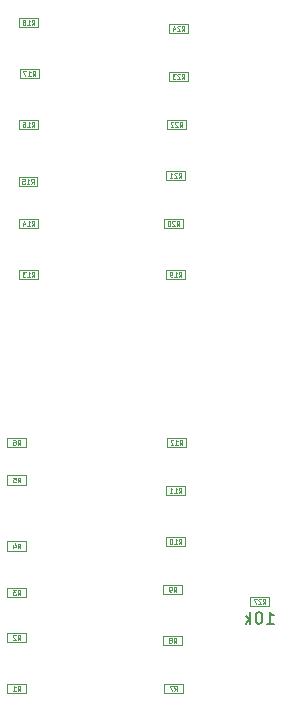
<source format=gbr>
%TF.GenerationSoftware,KiCad,Pcbnew,7.0.10*%
%TF.CreationDate,2024-02-20T17:57:49-08:00*%
%TF.ProjectId,HarnessTesterAll,4861726e-6573-4735-9465-73746572416c,rev?*%
%TF.SameCoordinates,Original*%
%TF.FileFunction,AssemblyDrawing,Bot*%
%FSLAX46Y46*%
G04 Gerber Fmt 4.6, Leading zero omitted, Abs format (unit mm)*
G04 Created by KiCad (PCBNEW 7.0.10) date 2024-02-20 17:57:49*
%MOMM*%
%LPD*%
G01*
G04 APERTURE LIST*
%ADD10C,0.060000*%
%ADD11C,0.150000*%
%ADD12C,0.100000*%
G04 APERTURE END LIST*
D10*
X99571142Y-87557927D02*
X99704475Y-87367451D01*
X99799713Y-87557927D02*
X99799713Y-87157927D01*
X99799713Y-87157927D02*
X99647332Y-87157927D01*
X99647332Y-87157927D02*
X99609237Y-87176975D01*
X99609237Y-87176975D02*
X99590190Y-87196022D01*
X99590190Y-87196022D02*
X99571142Y-87234118D01*
X99571142Y-87234118D02*
X99571142Y-87291260D01*
X99571142Y-87291260D02*
X99590190Y-87329356D01*
X99590190Y-87329356D02*
X99609237Y-87348403D01*
X99609237Y-87348403D02*
X99647332Y-87367451D01*
X99647332Y-87367451D02*
X99799713Y-87367451D01*
X99190190Y-87557927D02*
X99418761Y-87557927D01*
X99304475Y-87557927D02*
X99304475Y-87157927D01*
X99304475Y-87157927D02*
X99342571Y-87215070D01*
X99342571Y-87215070D02*
X99380666Y-87253165D01*
X99380666Y-87253165D02*
X99418761Y-87272213D01*
X99056857Y-87157927D02*
X98809238Y-87157927D01*
X98809238Y-87157927D02*
X98942571Y-87310308D01*
X98942571Y-87310308D02*
X98885428Y-87310308D01*
X98885428Y-87310308D02*
X98847333Y-87329356D01*
X98847333Y-87329356D02*
X98828285Y-87348403D01*
X98828285Y-87348403D02*
X98809238Y-87386499D01*
X98809238Y-87386499D02*
X98809238Y-87481737D01*
X98809238Y-87481737D02*
X98828285Y-87519832D01*
X98828285Y-87519832D02*
X98847333Y-87538880D01*
X98847333Y-87538880D02*
X98885428Y-87557927D01*
X98885428Y-87557927D02*
X98999714Y-87557927D01*
X98999714Y-87557927D02*
X99037809Y-87538880D01*
X99037809Y-87538880D02*
X99056857Y-87519832D01*
X99571142Y-83239927D02*
X99704475Y-83049451D01*
X99799713Y-83239927D02*
X99799713Y-82839927D01*
X99799713Y-82839927D02*
X99647332Y-82839927D01*
X99647332Y-82839927D02*
X99609237Y-82858975D01*
X99609237Y-82858975D02*
X99590190Y-82878022D01*
X99590190Y-82878022D02*
X99571142Y-82916118D01*
X99571142Y-82916118D02*
X99571142Y-82973260D01*
X99571142Y-82973260D02*
X99590190Y-83011356D01*
X99590190Y-83011356D02*
X99609237Y-83030403D01*
X99609237Y-83030403D02*
X99647332Y-83049451D01*
X99647332Y-83049451D02*
X99799713Y-83049451D01*
X99190190Y-83239927D02*
X99418761Y-83239927D01*
X99304475Y-83239927D02*
X99304475Y-82839927D01*
X99304475Y-82839927D02*
X99342571Y-82897070D01*
X99342571Y-82897070D02*
X99380666Y-82935165D01*
X99380666Y-82935165D02*
X99418761Y-82954213D01*
X98847333Y-82973260D02*
X98847333Y-83239927D01*
X98942571Y-82820880D02*
X99037809Y-83106594D01*
X99037809Y-83106594D02*
X98790190Y-83106594D01*
X111826142Y-83239927D02*
X111959475Y-83049451D01*
X112054713Y-83239927D02*
X112054713Y-82839927D01*
X112054713Y-82839927D02*
X111902332Y-82839927D01*
X111902332Y-82839927D02*
X111864237Y-82858975D01*
X111864237Y-82858975D02*
X111845190Y-82878022D01*
X111845190Y-82878022D02*
X111826142Y-82916118D01*
X111826142Y-82916118D02*
X111826142Y-82973260D01*
X111826142Y-82973260D02*
X111845190Y-83011356D01*
X111845190Y-83011356D02*
X111864237Y-83030403D01*
X111864237Y-83030403D02*
X111902332Y-83049451D01*
X111902332Y-83049451D02*
X112054713Y-83049451D01*
X111673761Y-82878022D02*
X111654713Y-82858975D01*
X111654713Y-82858975D02*
X111616618Y-82839927D01*
X111616618Y-82839927D02*
X111521380Y-82839927D01*
X111521380Y-82839927D02*
X111483285Y-82858975D01*
X111483285Y-82858975D02*
X111464237Y-82878022D01*
X111464237Y-82878022D02*
X111445190Y-82916118D01*
X111445190Y-82916118D02*
X111445190Y-82954213D01*
X111445190Y-82954213D02*
X111464237Y-83011356D01*
X111464237Y-83011356D02*
X111692809Y-83239927D01*
X111692809Y-83239927D02*
X111445190Y-83239927D01*
X111197571Y-82839927D02*
X111159476Y-82839927D01*
X111159476Y-82839927D02*
X111121380Y-82858975D01*
X111121380Y-82858975D02*
X111102333Y-82878022D01*
X111102333Y-82878022D02*
X111083285Y-82916118D01*
X111083285Y-82916118D02*
X111064238Y-82992308D01*
X111064238Y-82992308D02*
X111064238Y-83087546D01*
X111064238Y-83087546D02*
X111083285Y-83163737D01*
X111083285Y-83163737D02*
X111102333Y-83201832D01*
X111102333Y-83201832D02*
X111121380Y-83220880D01*
X111121380Y-83220880D02*
X111159476Y-83239927D01*
X111159476Y-83239927D02*
X111197571Y-83239927D01*
X111197571Y-83239927D02*
X111235666Y-83220880D01*
X111235666Y-83220880D02*
X111254714Y-83201832D01*
X111254714Y-83201832D02*
X111273761Y-83163737D01*
X111273761Y-83163737D02*
X111292809Y-83087546D01*
X111292809Y-83087546D02*
X111292809Y-82992308D01*
X111292809Y-82992308D02*
X111273761Y-82916118D01*
X111273761Y-82916118D02*
X111254714Y-82878022D01*
X111254714Y-82878022D02*
X111235666Y-82858975D01*
X111235666Y-82858975D02*
X111197571Y-82839927D01*
D11*
X119467238Y-116946819D02*
X120038666Y-116946819D01*
X119752952Y-116946819D02*
X119752952Y-115946819D01*
X119752952Y-115946819D02*
X119848190Y-116089676D01*
X119848190Y-116089676D02*
X119943428Y-116184914D01*
X119943428Y-116184914D02*
X120038666Y-116232533D01*
X118848190Y-115946819D02*
X118752952Y-115946819D01*
X118752952Y-115946819D02*
X118657714Y-115994438D01*
X118657714Y-115994438D02*
X118610095Y-116042057D01*
X118610095Y-116042057D02*
X118562476Y-116137295D01*
X118562476Y-116137295D02*
X118514857Y-116327771D01*
X118514857Y-116327771D02*
X118514857Y-116565866D01*
X118514857Y-116565866D02*
X118562476Y-116756342D01*
X118562476Y-116756342D02*
X118610095Y-116851580D01*
X118610095Y-116851580D02*
X118657714Y-116899200D01*
X118657714Y-116899200D02*
X118752952Y-116946819D01*
X118752952Y-116946819D02*
X118848190Y-116946819D01*
X118848190Y-116946819D02*
X118943428Y-116899200D01*
X118943428Y-116899200D02*
X118991047Y-116851580D01*
X118991047Y-116851580D02*
X119038666Y-116756342D01*
X119038666Y-116756342D02*
X119086285Y-116565866D01*
X119086285Y-116565866D02*
X119086285Y-116327771D01*
X119086285Y-116327771D02*
X119038666Y-116137295D01*
X119038666Y-116137295D02*
X118991047Y-116042057D01*
X118991047Y-116042057D02*
X118943428Y-115994438D01*
X118943428Y-115994438D02*
X118848190Y-115946819D01*
X118086285Y-116946819D02*
X118086285Y-115946819D01*
X117991047Y-116565866D02*
X117705333Y-116946819D01*
X117705333Y-116280152D02*
X118086285Y-116661104D01*
D10*
X119129142Y-115243927D02*
X119262475Y-115053451D01*
X119357713Y-115243927D02*
X119357713Y-114843927D01*
X119357713Y-114843927D02*
X119205332Y-114843927D01*
X119205332Y-114843927D02*
X119167237Y-114862975D01*
X119167237Y-114862975D02*
X119148190Y-114882022D01*
X119148190Y-114882022D02*
X119129142Y-114920118D01*
X119129142Y-114920118D02*
X119129142Y-114977260D01*
X119129142Y-114977260D02*
X119148190Y-115015356D01*
X119148190Y-115015356D02*
X119167237Y-115034403D01*
X119167237Y-115034403D02*
X119205332Y-115053451D01*
X119205332Y-115053451D02*
X119357713Y-115053451D01*
X118976761Y-114882022D02*
X118957713Y-114862975D01*
X118957713Y-114862975D02*
X118919618Y-114843927D01*
X118919618Y-114843927D02*
X118824380Y-114843927D01*
X118824380Y-114843927D02*
X118786285Y-114862975D01*
X118786285Y-114862975D02*
X118767237Y-114882022D01*
X118767237Y-114882022D02*
X118748190Y-114920118D01*
X118748190Y-114920118D02*
X118748190Y-114958213D01*
X118748190Y-114958213D02*
X118767237Y-115015356D01*
X118767237Y-115015356D02*
X118995809Y-115243927D01*
X118995809Y-115243927D02*
X118748190Y-115243927D01*
X118614857Y-114843927D02*
X118348190Y-114843927D01*
X118348190Y-114843927D02*
X118519619Y-115243927D01*
X112271142Y-70793927D02*
X112404475Y-70603451D01*
X112499713Y-70793927D02*
X112499713Y-70393927D01*
X112499713Y-70393927D02*
X112347332Y-70393927D01*
X112347332Y-70393927D02*
X112309237Y-70412975D01*
X112309237Y-70412975D02*
X112290190Y-70432022D01*
X112290190Y-70432022D02*
X112271142Y-70470118D01*
X112271142Y-70470118D02*
X112271142Y-70527260D01*
X112271142Y-70527260D02*
X112290190Y-70565356D01*
X112290190Y-70565356D02*
X112309237Y-70584403D01*
X112309237Y-70584403D02*
X112347332Y-70603451D01*
X112347332Y-70603451D02*
X112499713Y-70603451D01*
X112118761Y-70432022D02*
X112099713Y-70412975D01*
X112099713Y-70412975D02*
X112061618Y-70393927D01*
X112061618Y-70393927D02*
X111966380Y-70393927D01*
X111966380Y-70393927D02*
X111928285Y-70412975D01*
X111928285Y-70412975D02*
X111909237Y-70432022D01*
X111909237Y-70432022D02*
X111890190Y-70470118D01*
X111890190Y-70470118D02*
X111890190Y-70508213D01*
X111890190Y-70508213D02*
X111909237Y-70565356D01*
X111909237Y-70565356D02*
X112137809Y-70793927D01*
X112137809Y-70793927D02*
X111890190Y-70793927D01*
X111756857Y-70393927D02*
X111509238Y-70393927D01*
X111509238Y-70393927D02*
X111642571Y-70546308D01*
X111642571Y-70546308D02*
X111585428Y-70546308D01*
X111585428Y-70546308D02*
X111547333Y-70565356D01*
X111547333Y-70565356D02*
X111528285Y-70584403D01*
X111528285Y-70584403D02*
X111509238Y-70622499D01*
X111509238Y-70622499D02*
X111509238Y-70717737D01*
X111509238Y-70717737D02*
X111528285Y-70755832D01*
X111528285Y-70755832D02*
X111547333Y-70774880D01*
X111547333Y-70774880D02*
X111585428Y-70793927D01*
X111585428Y-70793927D02*
X111699714Y-70793927D01*
X111699714Y-70793927D02*
X111737809Y-70774880D01*
X111737809Y-70774880D02*
X111756857Y-70755832D01*
X111635666Y-122609927D02*
X111768999Y-122419451D01*
X111864237Y-122609927D02*
X111864237Y-122209927D01*
X111864237Y-122209927D02*
X111711856Y-122209927D01*
X111711856Y-122209927D02*
X111673761Y-122228975D01*
X111673761Y-122228975D02*
X111654714Y-122248022D01*
X111654714Y-122248022D02*
X111635666Y-122286118D01*
X111635666Y-122286118D02*
X111635666Y-122343260D01*
X111635666Y-122343260D02*
X111654714Y-122381356D01*
X111654714Y-122381356D02*
X111673761Y-122400403D01*
X111673761Y-122400403D02*
X111711856Y-122419451D01*
X111711856Y-122419451D02*
X111864237Y-122419451D01*
X111502333Y-122209927D02*
X111235666Y-122209927D01*
X111235666Y-122209927D02*
X111407095Y-122609927D01*
X98364666Y-122609927D02*
X98497999Y-122419451D01*
X98593237Y-122609927D02*
X98593237Y-122209927D01*
X98593237Y-122209927D02*
X98440856Y-122209927D01*
X98440856Y-122209927D02*
X98402761Y-122228975D01*
X98402761Y-122228975D02*
X98383714Y-122248022D01*
X98383714Y-122248022D02*
X98364666Y-122286118D01*
X98364666Y-122286118D02*
X98364666Y-122343260D01*
X98364666Y-122343260D02*
X98383714Y-122381356D01*
X98383714Y-122381356D02*
X98402761Y-122400403D01*
X98402761Y-122400403D02*
X98440856Y-122419451D01*
X98440856Y-122419451D02*
X98593237Y-122419451D01*
X97983714Y-122609927D02*
X98212285Y-122609927D01*
X98097999Y-122609927D02*
X98097999Y-122209927D01*
X98097999Y-122209927D02*
X98136095Y-122267070D01*
X98136095Y-122267070D02*
X98174190Y-122305165D01*
X98174190Y-122305165D02*
X98212285Y-122324213D01*
X98364666Y-104956927D02*
X98497999Y-104766451D01*
X98593237Y-104956927D02*
X98593237Y-104556927D01*
X98593237Y-104556927D02*
X98440856Y-104556927D01*
X98440856Y-104556927D02*
X98402761Y-104575975D01*
X98402761Y-104575975D02*
X98383714Y-104595022D01*
X98383714Y-104595022D02*
X98364666Y-104633118D01*
X98364666Y-104633118D02*
X98364666Y-104690260D01*
X98364666Y-104690260D02*
X98383714Y-104728356D01*
X98383714Y-104728356D02*
X98402761Y-104747403D01*
X98402761Y-104747403D02*
X98440856Y-104766451D01*
X98440856Y-104766451D02*
X98593237Y-104766451D01*
X98002761Y-104556927D02*
X98193237Y-104556927D01*
X98193237Y-104556927D02*
X98212285Y-104747403D01*
X98212285Y-104747403D02*
X98193237Y-104728356D01*
X98193237Y-104728356D02*
X98155142Y-104709308D01*
X98155142Y-104709308D02*
X98059904Y-104709308D01*
X98059904Y-104709308D02*
X98021809Y-104728356D01*
X98021809Y-104728356D02*
X98002761Y-104747403D01*
X98002761Y-104747403D02*
X97983714Y-104785499D01*
X97983714Y-104785499D02*
X97983714Y-104880737D01*
X97983714Y-104880737D02*
X98002761Y-104918832D01*
X98002761Y-104918832D02*
X98021809Y-104937880D01*
X98021809Y-104937880D02*
X98059904Y-104956927D01*
X98059904Y-104956927D02*
X98155142Y-104956927D01*
X98155142Y-104956927D02*
X98193237Y-104937880D01*
X98193237Y-104937880D02*
X98212285Y-104918832D01*
X112271142Y-66729927D02*
X112404475Y-66539451D01*
X112499713Y-66729927D02*
X112499713Y-66329927D01*
X112499713Y-66329927D02*
X112347332Y-66329927D01*
X112347332Y-66329927D02*
X112309237Y-66348975D01*
X112309237Y-66348975D02*
X112290190Y-66368022D01*
X112290190Y-66368022D02*
X112271142Y-66406118D01*
X112271142Y-66406118D02*
X112271142Y-66463260D01*
X112271142Y-66463260D02*
X112290190Y-66501356D01*
X112290190Y-66501356D02*
X112309237Y-66520403D01*
X112309237Y-66520403D02*
X112347332Y-66539451D01*
X112347332Y-66539451D02*
X112499713Y-66539451D01*
X112118761Y-66368022D02*
X112099713Y-66348975D01*
X112099713Y-66348975D02*
X112061618Y-66329927D01*
X112061618Y-66329927D02*
X111966380Y-66329927D01*
X111966380Y-66329927D02*
X111928285Y-66348975D01*
X111928285Y-66348975D02*
X111909237Y-66368022D01*
X111909237Y-66368022D02*
X111890190Y-66406118D01*
X111890190Y-66406118D02*
X111890190Y-66444213D01*
X111890190Y-66444213D02*
X111909237Y-66501356D01*
X111909237Y-66501356D02*
X112137809Y-66729927D01*
X112137809Y-66729927D02*
X111890190Y-66729927D01*
X111547333Y-66463260D02*
X111547333Y-66729927D01*
X111642571Y-66310880D02*
X111737809Y-66596594D01*
X111737809Y-66596594D02*
X111490190Y-66596594D01*
X99634142Y-70539927D02*
X99767475Y-70349451D01*
X99862713Y-70539927D02*
X99862713Y-70139927D01*
X99862713Y-70139927D02*
X99710332Y-70139927D01*
X99710332Y-70139927D02*
X99672237Y-70158975D01*
X99672237Y-70158975D02*
X99653190Y-70178022D01*
X99653190Y-70178022D02*
X99634142Y-70216118D01*
X99634142Y-70216118D02*
X99634142Y-70273260D01*
X99634142Y-70273260D02*
X99653190Y-70311356D01*
X99653190Y-70311356D02*
X99672237Y-70330403D01*
X99672237Y-70330403D02*
X99710332Y-70349451D01*
X99710332Y-70349451D02*
X99862713Y-70349451D01*
X99253190Y-70539927D02*
X99481761Y-70539927D01*
X99367475Y-70539927D02*
X99367475Y-70139927D01*
X99367475Y-70139927D02*
X99405571Y-70197070D01*
X99405571Y-70197070D02*
X99443666Y-70235165D01*
X99443666Y-70235165D02*
X99481761Y-70254213D01*
X99119857Y-70139927D02*
X98853190Y-70139927D01*
X98853190Y-70139927D02*
X99024619Y-70539927D01*
X99508142Y-79683927D02*
X99641475Y-79493451D01*
X99736713Y-79683927D02*
X99736713Y-79283927D01*
X99736713Y-79283927D02*
X99584332Y-79283927D01*
X99584332Y-79283927D02*
X99546237Y-79302975D01*
X99546237Y-79302975D02*
X99527190Y-79322022D01*
X99527190Y-79322022D02*
X99508142Y-79360118D01*
X99508142Y-79360118D02*
X99508142Y-79417260D01*
X99508142Y-79417260D02*
X99527190Y-79455356D01*
X99527190Y-79455356D02*
X99546237Y-79474403D01*
X99546237Y-79474403D02*
X99584332Y-79493451D01*
X99584332Y-79493451D02*
X99736713Y-79493451D01*
X99127190Y-79683927D02*
X99355761Y-79683927D01*
X99241475Y-79683927D02*
X99241475Y-79283927D01*
X99241475Y-79283927D02*
X99279571Y-79341070D01*
X99279571Y-79341070D02*
X99317666Y-79379165D01*
X99317666Y-79379165D02*
X99355761Y-79398213D01*
X98765285Y-79283927D02*
X98955761Y-79283927D01*
X98955761Y-79283927D02*
X98974809Y-79474403D01*
X98974809Y-79474403D02*
X98955761Y-79455356D01*
X98955761Y-79455356D02*
X98917666Y-79436308D01*
X98917666Y-79436308D02*
X98822428Y-79436308D01*
X98822428Y-79436308D02*
X98784333Y-79455356D01*
X98784333Y-79455356D02*
X98765285Y-79474403D01*
X98765285Y-79474403D02*
X98746238Y-79512499D01*
X98746238Y-79512499D02*
X98746238Y-79607737D01*
X98746238Y-79607737D02*
X98765285Y-79645832D01*
X98765285Y-79645832D02*
X98784333Y-79664880D01*
X98784333Y-79664880D02*
X98822428Y-79683927D01*
X98822428Y-79683927D02*
X98917666Y-79683927D01*
X98917666Y-79683927D02*
X98955761Y-79664880D01*
X98955761Y-79664880D02*
X98974809Y-79645832D01*
X112080142Y-101781927D02*
X112213475Y-101591451D01*
X112308713Y-101781927D02*
X112308713Y-101381927D01*
X112308713Y-101381927D02*
X112156332Y-101381927D01*
X112156332Y-101381927D02*
X112118237Y-101400975D01*
X112118237Y-101400975D02*
X112099190Y-101420022D01*
X112099190Y-101420022D02*
X112080142Y-101458118D01*
X112080142Y-101458118D02*
X112080142Y-101515260D01*
X112080142Y-101515260D02*
X112099190Y-101553356D01*
X112099190Y-101553356D02*
X112118237Y-101572403D01*
X112118237Y-101572403D02*
X112156332Y-101591451D01*
X112156332Y-101591451D02*
X112308713Y-101591451D01*
X111699190Y-101781927D02*
X111927761Y-101781927D01*
X111813475Y-101781927D02*
X111813475Y-101381927D01*
X111813475Y-101381927D02*
X111851571Y-101439070D01*
X111851571Y-101439070D02*
X111889666Y-101477165D01*
X111889666Y-101477165D02*
X111927761Y-101496213D01*
X111546809Y-101420022D02*
X111527761Y-101400975D01*
X111527761Y-101400975D02*
X111489666Y-101381927D01*
X111489666Y-101381927D02*
X111394428Y-101381927D01*
X111394428Y-101381927D02*
X111356333Y-101400975D01*
X111356333Y-101400975D02*
X111337285Y-101420022D01*
X111337285Y-101420022D02*
X111318238Y-101458118D01*
X111318238Y-101458118D02*
X111318238Y-101496213D01*
X111318238Y-101496213D02*
X111337285Y-101553356D01*
X111337285Y-101553356D02*
X111565857Y-101781927D01*
X111565857Y-101781927D02*
X111318238Y-101781927D01*
X112017142Y-105845927D02*
X112150475Y-105655451D01*
X112245713Y-105845927D02*
X112245713Y-105445927D01*
X112245713Y-105445927D02*
X112093332Y-105445927D01*
X112093332Y-105445927D02*
X112055237Y-105464975D01*
X112055237Y-105464975D02*
X112036190Y-105484022D01*
X112036190Y-105484022D02*
X112017142Y-105522118D01*
X112017142Y-105522118D02*
X112017142Y-105579260D01*
X112017142Y-105579260D02*
X112036190Y-105617356D01*
X112036190Y-105617356D02*
X112055237Y-105636403D01*
X112055237Y-105636403D02*
X112093332Y-105655451D01*
X112093332Y-105655451D02*
X112245713Y-105655451D01*
X111636190Y-105845927D02*
X111864761Y-105845927D01*
X111750475Y-105845927D02*
X111750475Y-105445927D01*
X111750475Y-105445927D02*
X111788571Y-105503070D01*
X111788571Y-105503070D02*
X111826666Y-105541165D01*
X111826666Y-105541165D02*
X111864761Y-105560213D01*
X111255238Y-105845927D02*
X111483809Y-105845927D01*
X111369523Y-105845927D02*
X111369523Y-105445927D01*
X111369523Y-105445927D02*
X111407619Y-105503070D01*
X111407619Y-105503070D02*
X111445714Y-105541165D01*
X111445714Y-105541165D02*
X111483809Y-105560213D01*
X112017142Y-79175927D02*
X112150475Y-78985451D01*
X112245713Y-79175927D02*
X112245713Y-78775927D01*
X112245713Y-78775927D02*
X112093332Y-78775927D01*
X112093332Y-78775927D02*
X112055237Y-78794975D01*
X112055237Y-78794975D02*
X112036190Y-78814022D01*
X112036190Y-78814022D02*
X112017142Y-78852118D01*
X112017142Y-78852118D02*
X112017142Y-78909260D01*
X112017142Y-78909260D02*
X112036190Y-78947356D01*
X112036190Y-78947356D02*
X112055237Y-78966403D01*
X112055237Y-78966403D02*
X112093332Y-78985451D01*
X112093332Y-78985451D02*
X112245713Y-78985451D01*
X111864761Y-78814022D02*
X111845713Y-78794975D01*
X111845713Y-78794975D02*
X111807618Y-78775927D01*
X111807618Y-78775927D02*
X111712380Y-78775927D01*
X111712380Y-78775927D02*
X111674285Y-78794975D01*
X111674285Y-78794975D02*
X111655237Y-78814022D01*
X111655237Y-78814022D02*
X111636190Y-78852118D01*
X111636190Y-78852118D02*
X111636190Y-78890213D01*
X111636190Y-78890213D02*
X111655237Y-78947356D01*
X111655237Y-78947356D02*
X111883809Y-79175927D01*
X111883809Y-79175927D02*
X111636190Y-79175927D01*
X111255238Y-79175927D02*
X111483809Y-79175927D01*
X111369523Y-79175927D02*
X111369523Y-78775927D01*
X111369523Y-78775927D02*
X111407619Y-78833070D01*
X111407619Y-78833070D02*
X111445714Y-78871165D01*
X111445714Y-78871165D02*
X111483809Y-78890213D01*
X98364666Y-114481927D02*
X98497999Y-114291451D01*
X98593237Y-114481927D02*
X98593237Y-114081927D01*
X98593237Y-114081927D02*
X98440856Y-114081927D01*
X98440856Y-114081927D02*
X98402761Y-114100975D01*
X98402761Y-114100975D02*
X98383714Y-114120022D01*
X98383714Y-114120022D02*
X98364666Y-114158118D01*
X98364666Y-114158118D02*
X98364666Y-114215260D01*
X98364666Y-114215260D02*
X98383714Y-114253356D01*
X98383714Y-114253356D02*
X98402761Y-114272403D01*
X98402761Y-114272403D02*
X98440856Y-114291451D01*
X98440856Y-114291451D02*
X98593237Y-114291451D01*
X98231333Y-114081927D02*
X97983714Y-114081927D01*
X97983714Y-114081927D02*
X98117047Y-114234308D01*
X98117047Y-114234308D02*
X98059904Y-114234308D01*
X98059904Y-114234308D02*
X98021809Y-114253356D01*
X98021809Y-114253356D02*
X98002761Y-114272403D01*
X98002761Y-114272403D02*
X97983714Y-114310499D01*
X97983714Y-114310499D02*
X97983714Y-114405737D01*
X97983714Y-114405737D02*
X98002761Y-114443832D01*
X98002761Y-114443832D02*
X98021809Y-114462880D01*
X98021809Y-114462880D02*
X98059904Y-114481927D01*
X98059904Y-114481927D02*
X98174190Y-114481927D01*
X98174190Y-114481927D02*
X98212285Y-114462880D01*
X98212285Y-114462880D02*
X98231333Y-114443832D01*
X98364666Y-110544927D02*
X98497999Y-110354451D01*
X98593237Y-110544927D02*
X98593237Y-110144927D01*
X98593237Y-110144927D02*
X98440856Y-110144927D01*
X98440856Y-110144927D02*
X98402761Y-110163975D01*
X98402761Y-110163975D02*
X98383714Y-110183022D01*
X98383714Y-110183022D02*
X98364666Y-110221118D01*
X98364666Y-110221118D02*
X98364666Y-110278260D01*
X98364666Y-110278260D02*
X98383714Y-110316356D01*
X98383714Y-110316356D02*
X98402761Y-110335403D01*
X98402761Y-110335403D02*
X98440856Y-110354451D01*
X98440856Y-110354451D02*
X98593237Y-110354451D01*
X98021809Y-110278260D02*
X98021809Y-110544927D01*
X98117047Y-110125880D02*
X98212285Y-110411594D01*
X98212285Y-110411594D02*
X97964666Y-110411594D01*
X112080142Y-74857927D02*
X112213475Y-74667451D01*
X112308713Y-74857927D02*
X112308713Y-74457927D01*
X112308713Y-74457927D02*
X112156332Y-74457927D01*
X112156332Y-74457927D02*
X112118237Y-74476975D01*
X112118237Y-74476975D02*
X112099190Y-74496022D01*
X112099190Y-74496022D02*
X112080142Y-74534118D01*
X112080142Y-74534118D02*
X112080142Y-74591260D01*
X112080142Y-74591260D02*
X112099190Y-74629356D01*
X112099190Y-74629356D02*
X112118237Y-74648403D01*
X112118237Y-74648403D02*
X112156332Y-74667451D01*
X112156332Y-74667451D02*
X112308713Y-74667451D01*
X111927761Y-74496022D02*
X111908713Y-74476975D01*
X111908713Y-74476975D02*
X111870618Y-74457927D01*
X111870618Y-74457927D02*
X111775380Y-74457927D01*
X111775380Y-74457927D02*
X111737285Y-74476975D01*
X111737285Y-74476975D02*
X111718237Y-74496022D01*
X111718237Y-74496022D02*
X111699190Y-74534118D01*
X111699190Y-74534118D02*
X111699190Y-74572213D01*
X111699190Y-74572213D02*
X111718237Y-74629356D01*
X111718237Y-74629356D02*
X111946809Y-74857927D01*
X111946809Y-74857927D02*
X111699190Y-74857927D01*
X111546809Y-74496022D02*
X111527761Y-74476975D01*
X111527761Y-74476975D02*
X111489666Y-74457927D01*
X111489666Y-74457927D02*
X111394428Y-74457927D01*
X111394428Y-74457927D02*
X111356333Y-74476975D01*
X111356333Y-74476975D02*
X111337285Y-74496022D01*
X111337285Y-74496022D02*
X111318238Y-74534118D01*
X111318238Y-74534118D02*
X111318238Y-74572213D01*
X111318238Y-74572213D02*
X111337285Y-74629356D01*
X111337285Y-74629356D02*
X111565857Y-74857927D01*
X111565857Y-74857927D02*
X111318238Y-74857927D01*
X98364666Y-101781927D02*
X98497999Y-101591451D01*
X98593237Y-101781927D02*
X98593237Y-101381927D01*
X98593237Y-101381927D02*
X98440856Y-101381927D01*
X98440856Y-101381927D02*
X98402761Y-101400975D01*
X98402761Y-101400975D02*
X98383714Y-101420022D01*
X98383714Y-101420022D02*
X98364666Y-101458118D01*
X98364666Y-101458118D02*
X98364666Y-101515260D01*
X98364666Y-101515260D02*
X98383714Y-101553356D01*
X98383714Y-101553356D02*
X98402761Y-101572403D01*
X98402761Y-101572403D02*
X98440856Y-101591451D01*
X98440856Y-101591451D02*
X98593237Y-101591451D01*
X98021809Y-101381927D02*
X98097999Y-101381927D01*
X98097999Y-101381927D02*
X98136095Y-101400975D01*
X98136095Y-101400975D02*
X98155142Y-101420022D01*
X98155142Y-101420022D02*
X98193237Y-101477165D01*
X98193237Y-101477165D02*
X98212285Y-101553356D01*
X98212285Y-101553356D02*
X98212285Y-101705737D01*
X98212285Y-101705737D02*
X98193237Y-101743832D01*
X98193237Y-101743832D02*
X98174190Y-101762880D01*
X98174190Y-101762880D02*
X98136095Y-101781927D01*
X98136095Y-101781927D02*
X98059904Y-101781927D01*
X98059904Y-101781927D02*
X98021809Y-101762880D01*
X98021809Y-101762880D02*
X98002761Y-101743832D01*
X98002761Y-101743832D02*
X97983714Y-101705737D01*
X97983714Y-101705737D02*
X97983714Y-101610499D01*
X97983714Y-101610499D02*
X98002761Y-101572403D01*
X98002761Y-101572403D02*
X98021809Y-101553356D01*
X98021809Y-101553356D02*
X98059904Y-101534308D01*
X98059904Y-101534308D02*
X98136095Y-101534308D01*
X98136095Y-101534308D02*
X98174190Y-101553356D01*
X98174190Y-101553356D02*
X98193237Y-101572403D01*
X98193237Y-101572403D02*
X98212285Y-101610499D01*
X99571142Y-66221927D02*
X99704475Y-66031451D01*
X99799713Y-66221927D02*
X99799713Y-65821927D01*
X99799713Y-65821927D02*
X99647332Y-65821927D01*
X99647332Y-65821927D02*
X99609237Y-65840975D01*
X99609237Y-65840975D02*
X99590190Y-65860022D01*
X99590190Y-65860022D02*
X99571142Y-65898118D01*
X99571142Y-65898118D02*
X99571142Y-65955260D01*
X99571142Y-65955260D02*
X99590190Y-65993356D01*
X99590190Y-65993356D02*
X99609237Y-66012403D01*
X99609237Y-66012403D02*
X99647332Y-66031451D01*
X99647332Y-66031451D02*
X99799713Y-66031451D01*
X99190190Y-66221927D02*
X99418761Y-66221927D01*
X99304475Y-66221927D02*
X99304475Y-65821927D01*
X99304475Y-65821927D02*
X99342571Y-65879070D01*
X99342571Y-65879070D02*
X99380666Y-65917165D01*
X99380666Y-65917165D02*
X99418761Y-65936213D01*
X98961619Y-65993356D02*
X98999714Y-65974308D01*
X98999714Y-65974308D02*
X99018761Y-65955260D01*
X99018761Y-65955260D02*
X99037809Y-65917165D01*
X99037809Y-65917165D02*
X99037809Y-65898118D01*
X99037809Y-65898118D02*
X99018761Y-65860022D01*
X99018761Y-65860022D02*
X98999714Y-65840975D01*
X98999714Y-65840975D02*
X98961619Y-65821927D01*
X98961619Y-65821927D02*
X98885428Y-65821927D01*
X98885428Y-65821927D02*
X98847333Y-65840975D01*
X98847333Y-65840975D02*
X98828285Y-65860022D01*
X98828285Y-65860022D02*
X98809238Y-65898118D01*
X98809238Y-65898118D02*
X98809238Y-65917165D01*
X98809238Y-65917165D02*
X98828285Y-65955260D01*
X98828285Y-65955260D02*
X98847333Y-65974308D01*
X98847333Y-65974308D02*
X98885428Y-65993356D01*
X98885428Y-65993356D02*
X98961619Y-65993356D01*
X98961619Y-65993356D02*
X98999714Y-66012403D01*
X98999714Y-66012403D02*
X99018761Y-66031451D01*
X99018761Y-66031451D02*
X99037809Y-66069546D01*
X99037809Y-66069546D02*
X99037809Y-66145737D01*
X99037809Y-66145737D02*
X99018761Y-66183832D01*
X99018761Y-66183832D02*
X98999714Y-66202880D01*
X98999714Y-66202880D02*
X98961619Y-66221927D01*
X98961619Y-66221927D02*
X98885428Y-66221927D01*
X98885428Y-66221927D02*
X98847333Y-66202880D01*
X98847333Y-66202880D02*
X98828285Y-66183832D01*
X98828285Y-66183832D02*
X98809238Y-66145737D01*
X98809238Y-66145737D02*
X98809238Y-66069546D01*
X98809238Y-66069546D02*
X98828285Y-66031451D01*
X98828285Y-66031451D02*
X98847333Y-66012403D01*
X98847333Y-66012403D02*
X98885428Y-65993356D01*
X112017142Y-87557927D02*
X112150475Y-87367451D01*
X112245713Y-87557927D02*
X112245713Y-87157927D01*
X112245713Y-87157927D02*
X112093332Y-87157927D01*
X112093332Y-87157927D02*
X112055237Y-87176975D01*
X112055237Y-87176975D02*
X112036190Y-87196022D01*
X112036190Y-87196022D02*
X112017142Y-87234118D01*
X112017142Y-87234118D02*
X112017142Y-87291260D01*
X112017142Y-87291260D02*
X112036190Y-87329356D01*
X112036190Y-87329356D02*
X112055237Y-87348403D01*
X112055237Y-87348403D02*
X112093332Y-87367451D01*
X112093332Y-87367451D02*
X112245713Y-87367451D01*
X111636190Y-87557927D02*
X111864761Y-87557927D01*
X111750475Y-87557927D02*
X111750475Y-87157927D01*
X111750475Y-87157927D02*
X111788571Y-87215070D01*
X111788571Y-87215070D02*
X111826666Y-87253165D01*
X111826666Y-87253165D02*
X111864761Y-87272213D01*
X111445714Y-87557927D02*
X111369523Y-87557927D01*
X111369523Y-87557927D02*
X111331428Y-87538880D01*
X111331428Y-87538880D02*
X111312380Y-87519832D01*
X111312380Y-87519832D02*
X111274285Y-87462689D01*
X111274285Y-87462689D02*
X111255238Y-87386499D01*
X111255238Y-87386499D02*
X111255238Y-87234118D01*
X111255238Y-87234118D02*
X111274285Y-87196022D01*
X111274285Y-87196022D02*
X111293333Y-87176975D01*
X111293333Y-87176975D02*
X111331428Y-87157927D01*
X111331428Y-87157927D02*
X111407619Y-87157927D01*
X111407619Y-87157927D02*
X111445714Y-87176975D01*
X111445714Y-87176975D02*
X111464761Y-87196022D01*
X111464761Y-87196022D02*
X111483809Y-87234118D01*
X111483809Y-87234118D02*
X111483809Y-87329356D01*
X111483809Y-87329356D02*
X111464761Y-87367451D01*
X111464761Y-87367451D02*
X111445714Y-87386499D01*
X111445714Y-87386499D02*
X111407619Y-87405546D01*
X111407619Y-87405546D02*
X111331428Y-87405546D01*
X111331428Y-87405546D02*
X111293333Y-87386499D01*
X111293333Y-87386499D02*
X111274285Y-87367451D01*
X111274285Y-87367451D02*
X111255238Y-87329356D01*
X112017142Y-110163927D02*
X112150475Y-109973451D01*
X112245713Y-110163927D02*
X112245713Y-109763927D01*
X112245713Y-109763927D02*
X112093332Y-109763927D01*
X112093332Y-109763927D02*
X112055237Y-109782975D01*
X112055237Y-109782975D02*
X112036190Y-109802022D01*
X112036190Y-109802022D02*
X112017142Y-109840118D01*
X112017142Y-109840118D02*
X112017142Y-109897260D01*
X112017142Y-109897260D02*
X112036190Y-109935356D01*
X112036190Y-109935356D02*
X112055237Y-109954403D01*
X112055237Y-109954403D02*
X112093332Y-109973451D01*
X112093332Y-109973451D02*
X112245713Y-109973451D01*
X111636190Y-110163927D02*
X111864761Y-110163927D01*
X111750475Y-110163927D02*
X111750475Y-109763927D01*
X111750475Y-109763927D02*
X111788571Y-109821070D01*
X111788571Y-109821070D02*
X111826666Y-109859165D01*
X111826666Y-109859165D02*
X111864761Y-109878213D01*
X111388571Y-109763927D02*
X111350476Y-109763927D01*
X111350476Y-109763927D02*
X111312380Y-109782975D01*
X111312380Y-109782975D02*
X111293333Y-109802022D01*
X111293333Y-109802022D02*
X111274285Y-109840118D01*
X111274285Y-109840118D02*
X111255238Y-109916308D01*
X111255238Y-109916308D02*
X111255238Y-110011546D01*
X111255238Y-110011546D02*
X111274285Y-110087737D01*
X111274285Y-110087737D02*
X111293333Y-110125832D01*
X111293333Y-110125832D02*
X111312380Y-110144880D01*
X111312380Y-110144880D02*
X111350476Y-110163927D01*
X111350476Y-110163927D02*
X111388571Y-110163927D01*
X111388571Y-110163927D02*
X111426666Y-110144880D01*
X111426666Y-110144880D02*
X111445714Y-110125832D01*
X111445714Y-110125832D02*
X111464761Y-110087737D01*
X111464761Y-110087737D02*
X111483809Y-110011546D01*
X111483809Y-110011546D02*
X111483809Y-109916308D01*
X111483809Y-109916308D02*
X111464761Y-109840118D01*
X111464761Y-109840118D02*
X111445714Y-109802022D01*
X111445714Y-109802022D02*
X111426666Y-109782975D01*
X111426666Y-109782975D02*
X111388571Y-109763927D01*
X111572666Y-114227927D02*
X111705999Y-114037451D01*
X111801237Y-114227927D02*
X111801237Y-113827927D01*
X111801237Y-113827927D02*
X111648856Y-113827927D01*
X111648856Y-113827927D02*
X111610761Y-113846975D01*
X111610761Y-113846975D02*
X111591714Y-113866022D01*
X111591714Y-113866022D02*
X111572666Y-113904118D01*
X111572666Y-113904118D02*
X111572666Y-113961260D01*
X111572666Y-113961260D02*
X111591714Y-113999356D01*
X111591714Y-113999356D02*
X111610761Y-114018403D01*
X111610761Y-114018403D02*
X111648856Y-114037451D01*
X111648856Y-114037451D02*
X111801237Y-114037451D01*
X111382190Y-114227927D02*
X111305999Y-114227927D01*
X111305999Y-114227927D02*
X111267904Y-114208880D01*
X111267904Y-114208880D02*
X111248856Y-114189832D01*
X111248856Y-114189832D02*
X111210761Y-114132689D01*
X111210761Y-114132689D02*
X111191714Y-114056499D01*
X111191714Y-114056499D02*
X111191714Y-113904118D01*
X111191714Y-113904118D02*
X111210761Y-113866022D01*
X111210761Y-113866022D02*
X111229809Y-113846975D01*
X111229809Y-113846975D02*
X111267904Y-113827927D01*
X111267904Y-113827927D02*
X111344095Y-113827927D01*
X111344095Y-113827927D02*
X111382190Y-113846975D01*
X111382190Y-113846975D02*
X111401237Y-113866022D01*
X111401237Y-113866022D02*
X111420285Y-113904118D01*
X111420285Y-113904118D02*
X111420285Y-113999356D01*
X111420285Y-113999356D02*
X111401237Y-114037451D01*
X111401237Y-114037451D02*
X111382190Y-114056499D01*
X111382190Y-114056499D02*
X111344095Y-114075546D01*
X111344095Y-114075546D02*
X111267904Y-114075546D01*
X111267904Y-114075546D02*
X111229809Y-114056499D01*
X111229809Y-114056499D02*
X111210761Y-114037451D01*
X111210761Y-114037451D02*
X111191714Y-113999356D01*
X111572666Y-118545927D02*
X111705999Y-118355451D01*
X111801237Y-118545927D02*
X111801237Y-118145927D01*
X111801237Y-118145927D02*
X111648856Y-118145927D01*
X111648856Y-118145927D02*
X111610761Y-118164975D01*
X111610761Y-118164975D02*
X111591714Y-118184022D01*
X111591714Y-118184022D02*
X111572666Y-118222118D01*
X111572666Y-118222118D02*
X111572666Y-118279260D01*
X111572666Y-118279260D02*
X111591714Y-118317356D01*
X111591714Y-118317356D02*
X111610761Y-118336403D01*
X111610761Y-118336403D02*
X111648856Y-118355451D01*
X111648856Y-118355451D02*
X111801237Y-118355451D01*
X111344095Y-118317356D02*
X111382190Y-118298308D01*
X111382190Y-118298308D02*
X111401237Y-118279260D01*
X111401237Y-118279260D02*
X111420285Y-118241165D01*
X111420285Y-118241165D02*
X111420285Y-118222118D01*
X111420285Y-118222118D02*
X111401237Y-118184022D01*
X111401237Y-118184022D02*
X111382190Y-118164975D01*
X111382190Y-118164975D02*
X111344095Y-118145927D01*
X111344095Y-118145927D02*
X111267904Y-118145927D01*
X111267904Y-118145927D02*
X111229809Y-118164975D01*
X111229809Y-118164975D02*
X111210761Y-118184022D01*
X111210761Y-118184022D02*
X111191714Y-118222118D01*
X111191714Y-118222118D02*
X111191714Y-118241165D01*
X111191714Y-118241165D02*
X111210761Y-118279260D01*
X111210761Y-118279260D02*
X111229809Y-118298308D01*
X111229809Y-118298308D02*
X111267904Y-118317356D01*
X111267904Y-118317356D02*
X111344095Y-118317356D01*
X111344095Y-118317356D02*
X111382190Y-118336403D01*
X111382190Y-118336403D02*
X111401237Y-118355451D01*
X111401237Y-118355451D02*
X111420285Y-118393546D01*
X111420285Y-118393546D02*
X111420285Y-118469737D01*
X111420285Y-118469737D02*
X111401237Y-118507832D01*
X111401237Y-118507832D02*
X111382190Y-118526880D01*
X111382190Y-118526880D02*
X111344095Y-118545927D01*
X111344095Y-118545927D02*
X111267904Y-118545927D01*
X111267904Y-118545927D02*
X111229809Y-118526880D01*
X111229809Y-118526880D02*
X111210761Y-118507832D01*
X111210761Y-118507832D02*
X111191714Y-118469737D01*
X111191714Y-118469737D02*
X111191714Y-118393546D01*
X111191714Y-118393546D02*
X111210761Y-118355451D01*
X111210761Y-118355451D02*
X111229809Y-118336403D01*
X111229809Y-118336403D02*
X111267904Y-118317356D01*
X98364666Y-118291927D02*
X98497999Y-118101451D01*
X98593237Y-118291927D02*
X98593237Y-117891927D01*
X98593237Y-117891927D02*
X98440856Y-117891927D01*
X98440856Y-117891927D02*
X98402761Y-117910975D01*
X98402761Y-117910975D02*
X98383714Y-117930022D01*
X98383714Y-117930022D02*
X98364666Y-117968118D01*
X98364666Y-117968118D02*
X98364666Y-118025260D01*
X98364666Y-118025260D02*
X98383714Y-118063356D01*
X98383714Y-118063356D02*
X98402761Y-118082403D01*
X98402761Y-118082403D02*
X98440856Y-118101451D01*
X98440856Y-118101451D02*
X98593237Y-118101451D01*
X98212285Y-117930022D02*
X98193237Y-117910975D01*
X98193237Y-117910975D02*
X98155142Y-117891927D01*
X98155142Y-117891927D02*
X98059904Y-117891927D01*
X98059904Y-117891927D02*
X98021809Y-117910975D01*
X98021809Y-117910975D02*
X98002761Y-117930022D01*
X98002761Y-117930022D02*
X97983714Y-117968118D01*
X97983714Y-117968118D02*
X97983714Y-118006213D01*
X97983714Y-118006213D02*
X98002761Y-118063356D01*
X98002761Y-118063356D02*
X98231333Y-118291927D01*
X98231333Y-118291927D02*
X97983714Y-118291927D01*
X99571142Y-74857927D02*
X99704475Y-74667451D01*
X99799713Y-74857927D02*
X99799713Y-74457927D01*
X99799713Y-74457927D02*
X99647332Y-74457927D01*
X99647332Y-74457927D02*
X99609237Y-74476975D01*
X99609237Y-74476975D02*
X99590190Y-74496022D01*
X99590190Y-74496022D02*
X99571142Y-74534118D01*
X99571142Y-74534118D02*
X99571142Y-74591260D01*
X99571142Y-74591260D02*
X99590190Y-74629356D01*
X99590190Y-74629356D02*
X99609237Y-74648403D01*
X99609237Y-74648403D02*
X99647332Y-74667451D01*
X99647332Y-74667451D02*
X99799713Y-74667451D01*
X99190190Y-74857927D02*
X99418761Y-74857927D01*
X99304475Y-74857927D02*
X99304475Y-74457927D01*
X99304475Y-74457927D02*
X99342571Y-74515070D01*
X99342571Y-74515070D02*
X99380666Y-74553165D01*
X99380666Y-74553165D02*
X99418761Y-74572213D01*
X98847333Y-74457927D02*
X98923523Y-74457927D01*
X98923523Y-74457927D02*
X98961619Y-74476975D01*
X98961619Y-74476975D02*
X98980666Y-74496022D01*
X98980666Y-74496022D02*
X99018761Y-74553165D01*
X99018761Y-74553165D02*
X99037809Y-74629356D01*
X99037809Y-74629356D02*
X99037809Y-74781737D01*
X99037809Y-74781737D02*
X99018761Y-74819832D01*
X99018761Y-74819832D02*
X98999714Y-74838880D01*
X98999714Y-74838880D02*
X98961619Y-74857927D01*
X98961619Y-74857927D02*
X98885428Y-74857927D01*
X98885428Y-74857927D02*
X98847333Y-74838880D01*
X98847333Y-74838880D02*
X98828285Y-74819832D01*
X98828285Y-74819832D02*
X98809238Y-74781737D01*
X98809238Y-74781737D02*
X98809238Y-74686499D01*
X98809238Y-74686499D02*
X98828285Y-74648403D01*
X98828285Y-74648403D02*
X98847333Y-74629356D01*
X98847333Y-74629356D02*
X98885428Y-74610308D01*
X98885428Y-74610308D02*
X98961619Y-74610308D01*
X98961619Y-74610308D02*
X98999714Y-74629356D01*
X98999714Y-74629356D02*
X99018761Y-74648403D01*
X99018761Y-74648403D02*
X99037809Y-74686499D01*
D12*
%TO.C,R13*%
X98514000Y-86963500D02*
X98514000Y-87788500D01*
X98514000Y-87788500D02*
X100114000Y-87788500D01*
X100114000Y-86963500D02*
X98514000Y-86963500D01*
X100114000Y-87788500D02*
X100114000Y-86963500D01*
%TO.C,R14*%
X98514000Y-82645500D02*
X98514000Y-83470500D01*
X98514000Y-83470500D02*
X100114000Y-83470500D01*
X100114000Y-82645500D02*
X98514000Y-82645500D01*
X100114000Y-83470500D02*
X100114000Y-82645500D01*
%TO.C,R20*%
X112369000Y-83470500D02*
X112369000Y-82645500D01*
X112369000Y-82645500D02*
X110769000Y-82645500D01*
X110769000Y-83470500D02*
X112369000Y-83470500D01*
X110769000Y-82645500D02*
X110769000Y-83470500D01*
%TO.C,R27*%
X119672000Y-115474500D02*
X119672000Y-114649500D01*
X119672000Y-114649500D02*
X118072000Y-114649500D01*
X118072000Y-115474500D02*
X119672000Y-115474500D01*
X118072000Y-114649500D02*
X118072000Y-115474500D01*
%TO.C,R23*%
X112814000Y-71024500D02*
X112814000Y-70199500D01*
X112814000Y-70199500D02*
X111214000Y-70199500D01*
X111214000Y-71024500D02*
X112814000Y-71024500D01*
X111214000Y-70199500D02*
X111214000Y-71024500D01*
%TO.C,R7*%
X112369000Y-122840500D02*
X112369000Y-122015500D01*
X112369000Y-122015500D02*
X110769000Y-122015500D01*
X110769000Y-122840500D02*
X112369000Y-122840500D01*
X110769000Y-122015500D02*
X110769000Y-122840500D01*
%TO.C,R1*%
X97498000Y-122015500D02*
X97498000Y-122840500D01*
X97498000Y-122840500D02*
X99098000Y-122840500D01*
X99098000Y-122015500D02*
X97498000Y-122015500D01*
X99098000Y-122840500D02*
X99098000Y-122015500D01*
%TO.C,R5*%
X97498000Y-104362500D02*
X97498000Y-105187500D01*
X97498000Y-105187500D02*
X99098000Y-105187500D01*
X99098000Y-104362500D02*
X97498000Y-104362500D01*
X99098000Y-105187500D02*
X99098000Y-104362500D01*
%TO.C,R24*%
X112814000Y-66960500D02*
X112814000Y-66135500D01*
X112814000Y-66135500D02*
X111214000Y-66135500D01*
X111214000Y-66960500D02*
X112814000Y-66960500D01*
X111214000Y-66135500D02*
X111214000Y-66960500D01*
%TO.C,R17*%
X98577000Y-69945500D02*
X98577000Y-70770500D01*
X98577000Y-70770500D02*
X100177000Y-70770500D01*
X100177000Y-69945500D02*
X98577000Y-69945500D01*
X100177000Y-70770500D02*
X100177000Y-69945500D01*
%TO.C,R15*%
X98451000Y-79089500D02*
X98451000Y-79914500D01*
X98451000Y-79914500D02*
X100051000Y-79914500D01*
X100051000Y-79089500D02*
X98451000Y-79089500D01*
X100051000Y-79914500D02*
X100051000Y-79089500D01*
%TO.C,R12*%
X112623000Y-102012500D02*
X112623000Y-101187500D01*
X112623000Y-101187500D02*
X111023000Y-101187500D01*
X111023000Y-102012500D02*
X112623000Y-102012500D01*
X111023000Y-101187500D02*
X111023000Y-102012500D01*
%TO.C,R11*%
X112560000Y-106076500D02*
X112560000Y-105251500D01*
X112560000Y-105251500D02*
X110960000Y-105251500D01*
X110960000Y-106076500D02*
X112560000Y-106076500D01*
X110960000Y-105251500D02*
X110960000Y-106076500D01*
%TO.C,R21*%
X112560000Y-79406500D02*
X112560000Y-78581500D01*
X112560000Y-78581500D02*
X110960000Y-78581500D01*
X110960000Y-79406500D02*
X112560000Y-79406500D01*
X110960000Y-78581500D02*
X110960000Y-79406500D01*
%TO.C,R3*%
X97498000Y-113887500D02*
X97498000Y-114712500D01*
X97498000Y-114712500D02*
X99098000Y-114712500D01*
X99098000Y-113887500D02*
X97498000Y-113887500D01*
X99098000Y-114712500D02*
X99098000Y-113887500D01*
%TO.C,R4*%
X97498000Y-109950500D02*
X97498000Y-110775500D01*
X97498000Y-110775500D02*
X99098000Y-110775500D01*
X99098000Y-109950500D02*
X97498000Y-109950500D01*
X99098000Y-110775500D02*
X99098000Y-109950500D01*
%TO.C,R22*%
X112623000Y-75088500D02*
X112623000Y-74263500D01*
X112623000Y-74263500D02*
X111023000Y-74263500D01*
X111023000Y-75088500D02*
X112623000Y-75088500D01*
X111023000Y-74263500D02*
X111023000Y-75088500D01*
%TO.C,R6*%
X97498000Y-101187500D02*
X97498000Y-102012500D01*
X97498000Y-102012500D02*
X99098000Y-102012500D01*
X99098000Y-101187500D02*
X97498000Y-101187500D01*
X99098000Y-102012500D02*
X99098000Y-101187500D01*
%TO.C,R18*%
X98514000Y-65627500D02*
X98514000Y-66452500D01*
X98514000Y-66452500D02*
X100114000Y-66452500D01*
X100114000Y-65627500D02*
X98514000Y-65627500D01*
X100114000Y-66452500D02*
X100114000Y-65627500D01*
%TO.C,R19*%
X112560000Y-87788500D02*
X112560000Y-86963500D01*
X112560000Y-86963500D02*
X110960000Y-86963500D01*
X110960000Y-87788500D02*
X112560000Y-87788500D01*
X110960000Y-86963500D02*
X110960000Y-87788500D01*
%TO.C,R10*%
X112560000Y-110394500D02*
X112560000Y-109569500D01*
X112560000Y-109569500D02*
X110960000Y-109569500D01*
X110960000Y-110394500D02*
X112560000Y-110394500D01*
X110960000Y-109569500D02*
X110960000Y-110394500D01*
%TO.C,R9*%
X112306000Y-114458500D02*
X112306000Y-113633500D01*
X112306000Y-113633500D02*
X110706000Y-113633500D01*
X110706000Y-114458500D02*
X112306000Y-114458500D01*
X110706000Y-113633500D02*
X110706000Y-114458500D01*
%TO.C,R8*%
X112306000Y-118776500D02*
X112306000Y-117951500D01*
X112306000Y-117951500D02*
X110706000Y-117951500D01*
X110706000Y-118776500D02*
X112306000Y-118776500D01*
X110706000Y-117951500D02*
X110706000Y-118776500D01*
%TO.C,R2*%
X97498000Y-117697500D02*
X97498000Y-118522500D01*
X97498000Y-118522500D02*
X99098000Y-118522500D01*
X99098000Y-117697500D02*
X97498000Y-117697500D01*
X99098000Y-118522500D02*
X99098000Y-117697500D01*
%TO.C,R16*%
X98514000Y-74263500D02*
X98514000Y-75088500D01*
X98514000Y-75088500D02*
X100114000Y-75088500D01*
X100114000Y-74263500D02*
X98514000Y-74263500D01*
X100114000Y-75088500D02*
X100114000Y-74263500D01*
%TD*%
M02*

</source>
